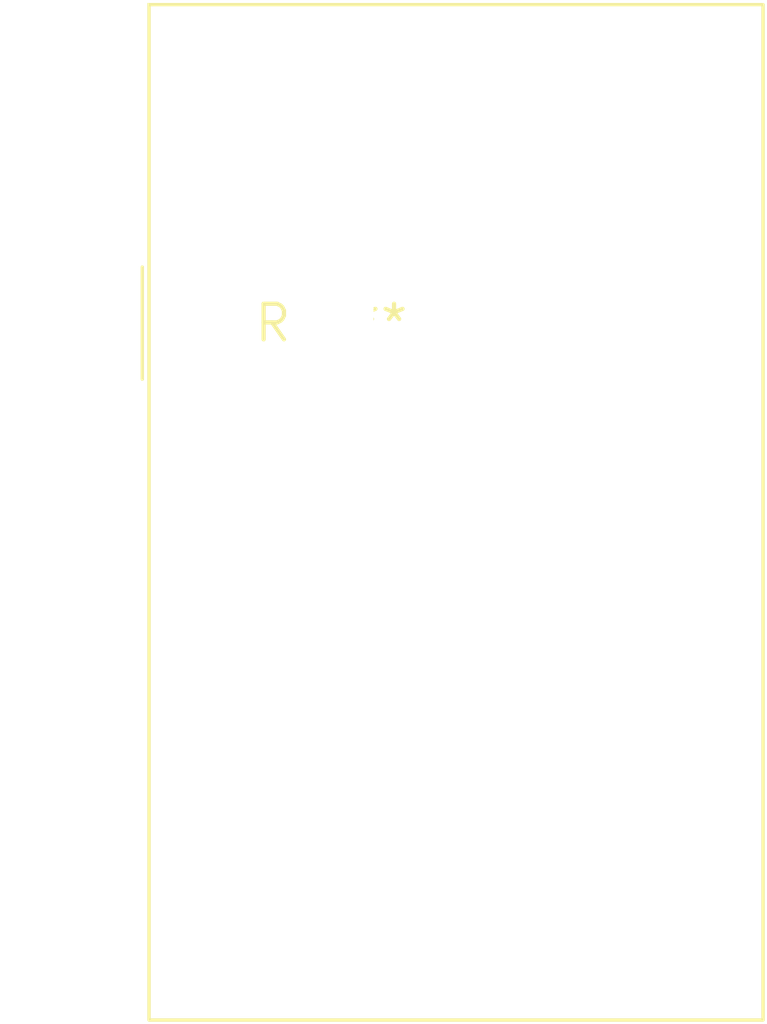
<source format=kicad_pcb>
(kicad_pcb (version 20240108) (generator pcbnew)
  (layers (0 "F.Cu" signal) (31 "B.Cu" signal) (34 "B.Paste" user) (35 "F.Paste" user) (36 "B.SilkS" user "B.Silkscreen") (37 "F.SilkS" user "F.Silkscreen") (38 "B.Mask" user) (39 "F.Mask" user) (44 "Edge.Cuts" user))
  (net 0 "")
  (footprint "L_Wurth_WE-HCFT-3521" (layer "F.Cu") (at 0 0)
    (property "Reference" "REF**")
    (property "Value" "L_Wurth_WE-HCFT-3521")
    (fp_line (start -6.75 -2) (end -6.75 2) (layer "F.SilkS") (stroke (width 0.12)))
    (fp_rect (start -6.51 -11.36) (end 15.41 24.86) (layer "F.SilkS") (stroke (width 0.12)) (fill none))
    (pad "" thru_hole circle (at 0 13.5) (size 3.75 3.75) (drill 2.5) (layers *.Cu *.Mask) (remove_unused_layers))
    (pad "" thru_hole circle (at 8.9 0) (size 3.75 3.75) (drill 2.5) (layers *.Cu *.Mask) (remove_unused_layers))
    (pad "1" thru_hole rect (at 0 0) (size 5 10) (drill oval 3 8) (layers *.Cu *.Mask) (remove_unused_layers))
    (pad "2" thru_hole oval (at 8.9 13.5) (size 5 10) (drill oval 3 8) (layers *.Cu *.Mask) (remove_unused_layers))
  )
)
</source>
